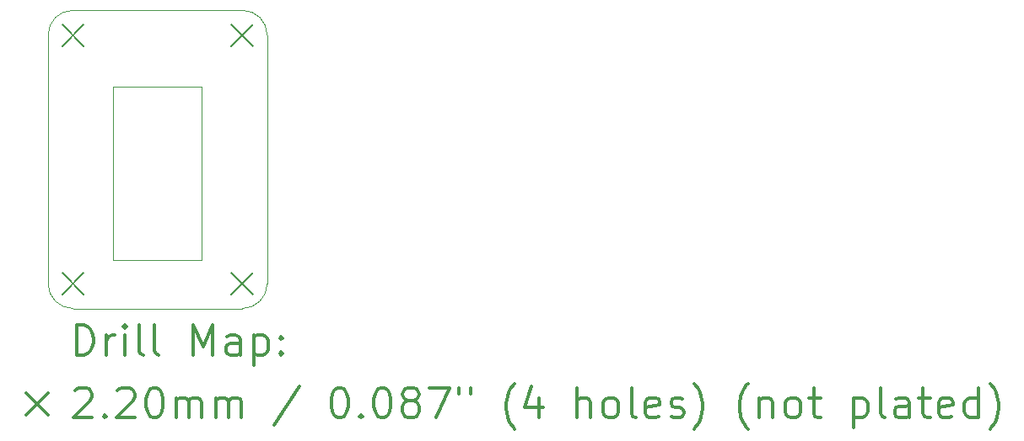
<source format=gbr>
%FSLAX45Y45*%
G04 Gerber Fmt 4.5, Leading zero omitted, Abs format (unit mm)*
G04 Created by KiCad (PCBNEW (5.1.5)-3) date 2021-07-20 23:36:56*
%MOMM*%
%LPD*%
G04 APERTURE LIST*
%TA.AperFunction,Profile*%
%ADD10C,0.050000*%
%TD*%
%ADD11C,0.200000*%
%ADD12C,0.300000*%
G04 APERTURE END LIST*
D10*
X1545000Y-2515000D02*
X1545000Y-765000D01*
X655000Y-765000D02*
X655000Y-2515000D01*
X250000Y0D02*
X1950000Y0D01*
X0Y-2750000D02*
X0Y-250000D01*
X250000Y-3000000D02*
X1950000Y-3000000D01*
X2200000Y-250000D02*
X2200000Y-2750000D01*
X2200000Y-2750000D02*
G75*
G02X1950000Y-3000000I-250000J0D01*
G01*
X250000Y-3000000D02*
G75*
G02X0Y-2750000I0J250000D01*
G01*
X0Y-250000D02*
G75*
G02X250000Y0I250000J0D01*
G01*
X1950000Y0D02*
G75*
G02X2200000Y-250000I0J-250000D01*
G01*
X655000Y-2515000D02*
X1545000Y-2515000D01*
X1545000Y-765000D02*
X655000Y-765000D01*
D11*
X1840000Y-142500D02*
X2060000Y-362500D01*
X2060000Y-142500D02*
X1840000Y-362500D01*
X140000Y-140000D02*
X360000Y-360000D01*
X360000Y-140000D02*
X140000Y-360000D01*
X140000Y-2640000D02*
X360000Y-2860000D01*
X360000Y-2640000D02*
X140000Y-2860000D01*
X1840000Y-2640000D02*
X2060000Y-2860000D01*
X2060000Y-2640000D02*
X1840000Y-2860000D01*
D12*
X283928Y-3468214D02*
X283928Y-3168214D01*
X355357Y-3168214D01*
X398214Y-3182500D01*
X426786Y-3211071D01*
X441071Y-3239643D01*
X455357Y-3296786D01*
X455357Y-3339643D01*
X441071Y-3396786D01*
X426786Y-3425357D01*
X398214Y-3453929D01*
X355357Y-3468214D01*
X283928Y-3468214D01*
X583928Y-3468214D02*
X583928Y-3268214D01*
X583928Y-3325357D02*
X598214Y-3296786D01*
X612500Y-3282500D01*
X641071Y-3268214D01*
X669643Y-3268214D01*
X769643Y-3468214D02*
X769643Y-3268214D01*
X769643Y-3168214D02*
X755357Y-3182500D01*
X769643Y-3196786D01*
X783928Y-3182500D01*
X769643Y-3168214D01*
X769643Y-3196786D01*
X955357Y-3468214D02*
X926786Y-3453929D01*
X912500Y-3425357D01*
X912500Y-3168214D01*
X1112500Y-3468214D02*
X1083928Y-3453929D01*
X1069643Y-3425357D01*
X1069643Y-3168214D01*
X1455357Y-3468214D02*
X1455357Y-3168214D01*
X1555357Y-3382500D01*
X1655357Y-3168214D01*
X1655357Y-3468214D01*
X1926786Y-3468214D02*
X1926786Y-3311071D01*
X1912500Y-3282500D01*
X1883928Y-3268214D01*
X1826786Y-3268214D01*
X1798214Y-3282500D01*
X1926786Y-3453929D02*
X1898214Y-3468214D01*
X1826786Y-3468214D01*
X1798214Y-3453929D01*
X1783928Y-3425357D01*
X1783928Y-3396786D01*
X1798214Y-3368214D01*
X1826786Y-3353929D01*
X1898214Y-3353929D01*
X1926786Y-3339643D01*
X2069643Y-3268214D02*
X2069643Y-3568214D01*
X2069643Y-3282500D02*
X2098214Y-3268214D01*
X2155357Y-3268214D01*
X2183928Y-3282500D01*
X2198214Y-3296786D01*
X2212500Y-3325357D01*
X2212500Y-3411071D01*
X2198214Y-3439643D01*
X2183928Y-3453929D01*
X2155357Y-3468214D01*
X2098214Y-3468214D01*
X2069643Y-3453929D01*
X2341071Y-3439643D02*
X2355357Y-3453929D01*
X2341071Y-3468214D01*
X2326786Y-3453929D01*
X2341071Y-3439643D01*
X2341071Y-3468214D01*
X2341071Y-3282500D02*
X2355357Y-3296786D01*
X2341071Y-3311071D01*
X2326786Y-3296786D01*
X2341071Y-3282500D01*
X2341071Y-3311071D01*
X-222500Y-3852500D02*
X-2500Y-4072500D01*
X-2500Y-3852500D02*
X-222500Y-4072500D01*
X269643Y-3826786D02*
X283928Y-3812500D01*
X312500Y-3798214D01*
X383928Y-3798214D01*
X412500Y-3812500D01*
X426786Y-3826786D01*
X441071Y-3855357D01*
X441071Y-3883929D01*
X426786Y-3926786D01*
X255357Y-4098214D01*
X441071Y-4098214D01*
X569643Y-4069643D02*
X583928Y-4083929D01*
X569643Y-4098214D01*
X555357Y-4083929D01*
X569643Y-4069643D01*
X569643Y-4098214D01*
X698214Y-3826786D02*
X712500Y-3812500D01*
X741071Y-3798214D01*
X812500Y-3798214D01*
X841071Y-3812500D01*
X855357Y-3826786D01*
X869643Y-3855357D01*
X869643Y-3883929D01*
X855357Y-3926786D01*
X683928Y-4098214D01*
X869643Y-4098214D01*
X1055357Y-3798214D02*
X1083928Y-3798214D01*
X1112500Y-3812500D01*
X1126786Y-3826786D01*
X1141071Y-3855357D01*
X1155357Y-3912500D01*
X1155357Y-3983929D01*
X1141071Y-4041071D01*
X1126786Y-4069643D01*
X1112500Y-4083929D01*
X1083928Y-4098214D01*
X1055357Y-4098214D01*
X1026786Y-4083929D01*
X1012500Y-4069643D01*
X998214Y-4041071D01*
X983928Y-3983929D01*
X983928Y-3912500D01*
X998214Y-3855357D01*
X1012500Y-3826786D01*
X1026786Y-3812500D01*
X1055357Y-3798214D01*
X1283928Y-4098214D02*
X1283928Y-3898214D01*
X1283928Y-3926786D02*
X1298214Y-3912500D01*
X1326786Y-3898214D01*
X1369643Y-3898214D01*
X1398214Y-3912500D01*
X1412500Y-3941071D01*
X1412500Y-4098214D01*
X1412500Y-3941071D02*
X1426786Y-3912500D01*
X1455357Y-3898214D01*
X1498214Y-3898214D01*
X1526786Y-3912500D01*
X1541071Y-3941071D01*
X1541071Y-4098214D01*
X1683928Y-4098214D02*
X1683928Y-3898214D01*
X1683928Y-3926786D02*
X1698214Y-3912500D01*
X1726786Y-3898214D01*
X1769643Y-3898214D01*
X1798214Y-3912500D01*
X1812500Y-3941071D01*
X1812500Y-4098214D01*
X1812500Y-3941071D02*
X1826786Y-3912500D01*
X1855357Y-3898214D01*
X1898214Y-3898214D01*
X1926786Y-3912500D01*
X1941071Y-3941071D01*
X1941071Y-4098214D01*
X2526786Y-3783929D02*
X2269643Y-4169643D01*
X2912500Y-3798214D02*
X2941071Y-3798214D01*
X2969643Y-3812500D01*
X2983928Y-3826786D01*
X2998214Y-3855357D01*
X3012500Y-3912500D01*
X3012500Y-3983929D01*
X2998214Y-4041071D01*
X2983928Y-4069643D01*
X2969643Y-4083929D01*
X2941071Y-4098214D01*
X2912500Y-4098214D01*
X2883928Y-4083929D01*
X2869643Y-4069643D01*
X2855357Y-4041071D01*
X2841071Y-3983929D01*
X2841071Y-3912500D01*
X2855357Y-3855357D01*
X2869643Y-3826786D01*
X2883928Y-3812500D01*
X2912500Y-3798214D01*
X3141071Y-4069643D02*
X3155357Y-4083929D01*
X3141071Y-4098214D01*
X3126786Y-4083929D01*
X3141071Y-4069643D01*
X3141071Y-4098214D01*
X3341071Y-3798214D02*
X3369643Y-3798214D01*
X3398214Y-3812500D01*
X3412500Y-3826786D01*
X3426786Y-3855357D01*
X3441071Y-3912500D01*
X3441071Y-3983929D01*
X3426786Y-4041071D01*
X3412500Y-4069643D01*
X3398214Y-4083929D01*
X3369643Y-4098214D01*
X3341071Y-4098214D01*
X3312500Y-4083929D01*
X3298214Y-4069643D01*
X3283928Y-4041071D01*
X3269643Y-3983929D01*
X3269643Y-3912500D01*
X3283928Y-3855357D01*
X3298214Y-3826786D01*
X3312500Y-3812500D01*
X3341071Y-3798214D01*
X3612500Y-3926786D02*
X3583928Y-3912500D01*
X3569643Y-3898214D01*
X3555357Y-3869643D01*
X3555357Y-3855357D01*
X3569643Y-3826786D01*
X3583928Y-3812500D01*
X3612500Y-3798214D01*
X3669643Y-3798214D01*
X3698214Y-3812500D01*
X3712500Y-3826786D01*
X3726786Y-3855357D01*
X3726786Y-3869643D01*
X3712500Y-3898214D01*
X3698214Y-3912500D01*
X3669643Y-3926786D01*
X3612500Y-3926786D01*
X3583928Y-3941071D01*
X3569643Y-3955357D01*
X3555357Y-3983929D01*
X3555357Y-4041071D01*
X3569643Y-4069643D01*
X3583928Y-4083929D01*
X3612500Y-4098214D01*
X3669643Y-4098214D01*
X3698214Y-4083929D01*
X3712500Y-4069643D01*
X3726786Y-4041071D01*
X3726786Y-3983929D01*
X3712500Y-3955357D01*
X3698214Y-3941071D01*
X3669643Y-3926786D01*
X3826786Y-3798214D02*
X4026786Y-3798214D01*
X3898214Y-4098214D01*
X4126786Y-3798214D02*
X4126786Y-3855357D01*
X4241071Y-3798214D02*
X4241071Y-3855357D01*
X4683928Y-4212500D02*
X4669643Y-4198214D01*
X4641071Y-4155357D01*
X4626786Y-4126786D01*
X4612500Y-4083929D01*
X4598214Y-4012500D01*
X4598214Y-3955357D01*
X4612500Y-3883929D01*
X4626786Y-3841071D01*
X4641071Y-3812500D01*
X4669643Y-3769643D01*
X4683928Y-3755357D01*
X4926786Y-3898214D02*
X4926786Y-4098214D01*
X4855357Y-3783929D02*
X4783928Y-3998214D01*
X4969643Y-3998214D01*
X5312500Y-4098214D02*
X5312500Y-3798214D01*
X5441071Y-4098214D02*
X5441071Y-3941071D01*
X5426786Y-3912500D01*
X5398214Y-3898214D01*
X5355357Y-3898214D01*
X5326786Y-3912500D01*
X5312500Y-3926786D01*
X5626786Y-4098214D02*
X5598214Y-4083929D01*
X5583928Y-4069643D01*
X5569643Y-4041071D01*
X5569643Y-3955357D01*
X5583928Y-3926786D01*
X5598214Y-3912500D01*
X5626786Y-3898214D01*
X5669643Y-3898214D01*
X5698214Y-3912500D01*
X5712500Y-3926786D01*
X5726786Y-3955357D01*
X5726786Y-4041071D01*
X5712500Y-4069643D01*
X5698214Y-4083929D01*
X5669643Y-4098214D01*
X5626786Y-4098214D01*
X5898214Y-4098214D02*
X5869643Y-4083929D01*
X5855357Y-4055357D01*
X5855357Y-3798214D01*
X6126786Y-4083929D02*
X6098214Y-4098214D01*
X6041071Y-4098214D01*
X6012500Y-4083929D01*
X5998214Y-4055357D01*
X5998214Y-3941071D01*
X6012500Y-3912500D01*
X6041071Y-3898214D01*
X6098214Y-3898214D01*
X6126786Y-3912500D01*
X6141071Y-3941071D01*
X6141071Y-3969643D01*
X5998214Y-3998214D01*
X6255357Y-4083929D02*
X6283928Y-4098214D01*
X6341071Y-4098214D01*
X6369643Y-4083929D01*
X6383928Y-4055357D01*
X6383928Y-4041071D01*
X6369643Y-4012500D01*
X6341071Y-3998214D01*
X6298214Y-3998214D01*
X6269643Y-3983929D01*
X6255357Y-3955357D01*
X6255357Y-3941071D01*
X6269643Y-3912500D01*
X6298214Y-3898214D01*
X6341071Y-3898214D01*
X6369643Y-3912500D01*
X6483928Y-4212500D02*
X6498214Y-4198214D01*
X6526786Y-4155357D01*
X6541071Y-4126786D01*
X6555357Y-4083929D01*
X6569643Y-4012500D01*
X6569643Y-3955357D01*
X6555357Y-3883929D01*
X6541071Y-3841071D01*
X6526786Y-3812500D01*
X6498214Y-3769643D01*
X6483928Y-3755357D01*
X7026786Y-4212500D02*
X7012500Y-4198214D01*
X6983928Y-4155357D01*
X6969643Y-4126786D01*
X6955357Y-4083929D01*
X6941071Y-4012500D01*
X6941071Y-3955357D01*
X6955357Y-3883929D01*
X6969643Y-3841071D01*
X6983928Y-3812500D01*
X7012500Y-3769643D01*
X7026786Y-3755357D01*
X7141071Y-3898214D02*
X7141071Y-4098214D01*
X7141071Y-3926786D02*
X7155357Y-3912500D01*
X7183928Y-3898214D01*
X7226786Y-3898214D01*
X7255357Y-3912500D01*
X7269643Y-3941071D01*
X7269643Y-4098214D01*
X7455357Y-4098214D02*
X7426786Y-4083929D01*
X7412500Y-4069643D01*
X7398214Y-4041071D01*
X7398214Y-3955357D01*
X7412500Y-3926786D01*
X7426786Y-3912500D01*
X7455357Y-3898214D01*
X7498214Y-3898214D01*
X7526786Y-3912500D01*
X7541071Y-3926786D01*
X7555357Y-3955357D01*
X7555357Y-4041071D01*
X7541071Y-4069643D01*
X7526786Y-4083929D01*
X7498214Y-4098214D01*
X7455357Y-4098214D01*
X7641071Y-3898214D02*
X7755357Y-3898214D01*
X7683928Y-3798214D02*
X7683928Y-4055357D01*
X7698214Y-4083929D01*
X7726786Y-4098214D01*
X7755357Y-4098214D01*
X8083928Y-3898214D02*
X8083928Y-4198214D01*
X8083928Y-3912500D02*
X8112500Y-3898214D01*
X8169643Y-3898214D01*
X8198214Y-3912500D01*
X8212500Y-3926786D01*
X8226786Y-3955357D01*
X8226786Y-4041071D01*
X8212500Y-4069643D01*
X8198214Y-4083929D01*
X8169643Y-4098214D01*
X8112500Y-4098214D01*
X8083928Y-4083929D01*
X8398214Y-4098214D02*
X8369643Y-4083929D01*
X8355357Y-4055357D01*
X8355357Y-3798214D01*
X8641071Y-4098214D02*
X8641071Y-3941071D01*
X8626786Y-3912500D01*
X8598214Y-3898214D01*
X8541071Y-3898214D01*
X8512500Y-3912500D01*
X8641071Y-4083929D02*
X8612500Y-4098214D01*
X8541071Y-4098214D01*
X8512500Y-4083929D01*
X8498214Y-4055357D01*
X8498214Y-4026786D01*
X8512500Y-3998214D01*
X8541071Y-3983929D01*
X8612500Y-3983929D01*
X8641071Y-3969643D01*
X8741071Y-3898214D02*
X8855357Y-3898214D01*
X8783928Y-3798214D02*
X8783928Y-4055357D01*
X8798214Y-4083929D01*
X8826786Y-4098214D01*
X8855357Y-4098214D01*
X9069643Y-4083929D02*
X9041071Y-4098214D01*
X8983928Y-4098214D01*
X8955357Y-4083929D01*
X8941071Y-4055357D01*
X8941071Y-3941071D01*
X8955357Y-3912500D01*
X8983928Y-3898214D01*
X9041071Y-3898214D01*
X9069643Y-3912500D01*
X9083928Y-3941071D01*
X9083928Y-3969643D01*
X8941071Y-3998214D01*
X9341071Y-4098214D02*
X9341071Y-3798214D01*
X9341071Y-4083929D02*
X9312500Y-4098214D01*
X9255357Y-4098214D01*
X9226786Y-4083929D01*
X9212500Y-4069643D01*
X9198214Y-4041071D01*
X9198214Y-3955357D01*
X9212500Y-3926786D01*
X9226786Y-3912500D01*
X9255357Y-3898214D01*
X9312500Y-3898214D01*
X9341071Y-3912500D01*
X9455357Y-4212500D02*
X9469643Y-4198214D01*
X9498214Y-4155357D01*
X9512500Y-4126786D01*
X9526786Y-4083929D01*
X9541071Y-4012500D01*
X9541071Y-3955357D01*
X9526786Y-3883929D01*
X9512500Y-3841071D01*
X9498214Y-3812500D01*
X9469643Y-3769643D01*
X9455357Y-3755357D01*
M02*

</source>
